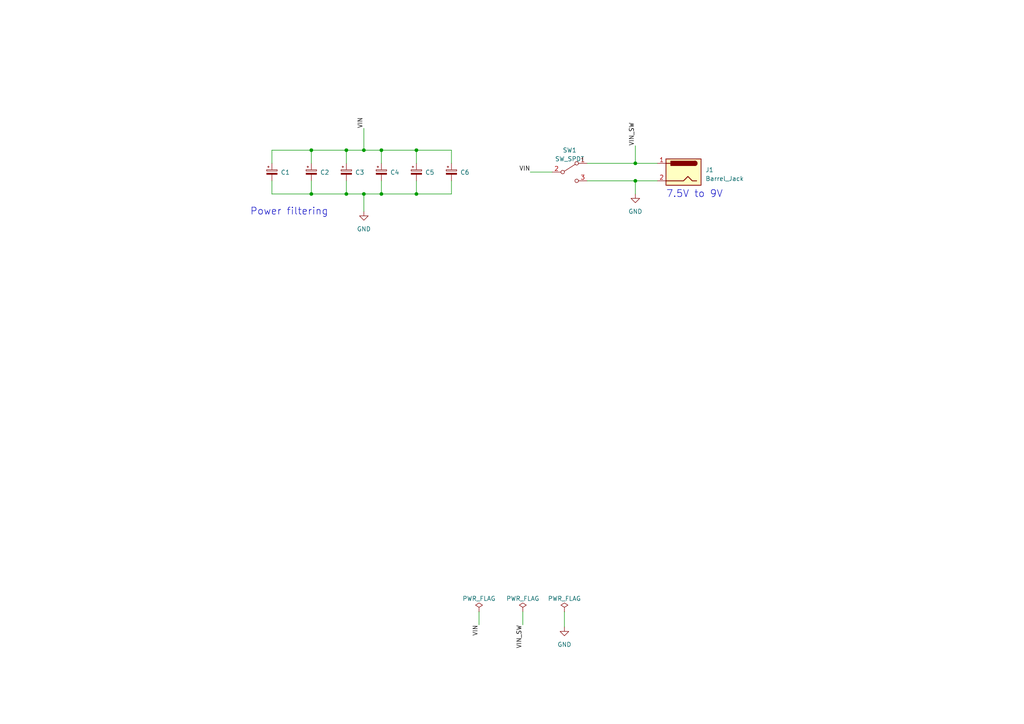
<source format=kicad_sch>
(kicad_sch (version 20230121) (generator eeschema)
  (paper "A4")
  (lib_symbols
    (symbol "Connector:Barrel_Jack" (pin_names (offset 1.016))
      (property "Reference" "J" (at 0 5.334 0))
      (property "Value" "Barrel_Jack" (at 0 -5.08 0))
      (symbol "Barrel_Jack_0_1"
        (rectangle (start -5.08 3.81) (end 5.08 -3.81) (stroke (width 0.254)) (fill (type background)))
        (arc (start -3.302 3.175) (mid -3.9343 2.54) (end -3.302 1.905) (stroke (width 0.254)))
        (arc (start -3.302 3.175) (mid -3.9343 2.54) (end -3.302 1.905) (stroke (width 0.254)) (fill (type outline)))
        (polyline (pts (xy 5.08 2.54) (xy 3.81 2.54)) (stroke (width 0.254)))
        (polyline (pts (xy -3.81 -2.54) (xy -2.54 -2.54) (xy -1.27 -1.27) (xy 0 -2.54) (xy 2.54 -2.54) (xy 5.08 -2.54)) (stroke (width 0.254)))
        (rectangle (start 3.683 3.175) (end -3.302 1.905) (stroke (width 0.254)) (fill (type outline)))
      )
      (symbol "Barrel_Jack_1_1"
        (pin passive line (at 7.62 2.54 180) (length 2.54) (name "~") (number "1"))
        (pin passive line (at 7.62 -2.54 180) (length 2.54) (name "~") (number "2"))
      )
    )
    (symbol "Device:C_Polarized_Small" (pin_numbers hide) (pin_names (offset 0.254) hide)
      (property "Reference" "C" (at 0.254 1.778 0))
      (property "Value" "C_Polarized_Small" (at 0.254 -2.032 0))
      (symbol "C_Polarized_Small_0_1"
        (rectangle (start -1.524 -0.3048) (end 1.524 -0.6858) (fill (type outline)))
        (rectangle (start -1.524 0.6858) (end 1.524 0.3048))
        (polyline (pts (xy -1.27 1.524) (xy -0.762 1.524)))
        (polyline (pts (xy -1.016 1.27) (xy -1.016 1.778)))
      )
      (symbol "C_Polarized_Small_1_1"
        (pin passive line (at 0 2.54 270) (length 1.8542) (name "~") (number "1"))
        (pin passive line (at 0 -2.54 90) (length 1.8542) (name "~") (number "2"))
      )
    )
    (symbol "Switch:SW_SPDT" (pin_names (offset 0) hide)
      (property "Reference" "SW" (at 0 4.318 0))
      (property "Value" "SW_SPDT" (at 0 -5.08 0))
      (symbol "SW_SPDT_0_0"
        (circle (center -2.032 0) (radius 0.508))
        (circle (center 2.032 -2.54) (radius 0.508))
      )
      (symbol "SW_SPDT_0_1"
        (polyline (pts (xy -1.524 0.254) (xy 1.651 2.286)))
        (circle (center 2.032 2.54) (radius 0.508))
      )
      (symbol "SW_SPDT_1_1"
        (pin passive line (at 5.08 2.54 180) (length 2.54) (name "A") (number "1"))
        (pin passive line (at -5.08 0 0) (length 2.54) (name "B") (number "2"))
        (pin passive line (at 5.08 -2.54 180) (length 2.54) (name "C") (number "3"))
      )
    )
    (symbol "power:GND" (power) (pin_names (offset 0))
      (property "Value" "GND" (at 0 -3.81 0))
      (symbol "GND_0_1"
        (polyline (pts (xy 0 0) (xy 0 -1.27) (xy 1.27 -1.27) (xy 0 -2.54) (xy -1.27 -1.27) (xy 0 -1.27)))
      )
      (symbol "GND_1_1"
        (pin power_in line (at 0 0 270) (length 0) hide (name "GND") (number "1"))
      )
    )
    (symbol "power:PWR_FLAG" (power) (pin_numbers hide) (pin_names (offset 0) hide)
      (property "Value" "PWR_FLAG" (at 0 3.81 0))
      (symbol "PWR_FLAG_0_0"
        (pin power_out line (at 0 0 90) (length 0) (name "pwr") (number "1"))
      )
      (symbol "PWR_FLAG_0_1"
        (polyline (pts (xy 0 0) (xy 0 1.27) (xy -1.016 1.905) (xy 0 2.54) (xy 1.016 1.905) (xy 0 1.27)))
      )
    )
  )
  (junction (at 120.777 43.561))
  (junction (at 110.617 56.261))
  (junction (at 100.457 43.561))
  (junction (at 184.277 47.371))
  (junction (at 90.297 56.261))
  (junction (at 110.617 43.561))
  (junction (at 120.777 56.261))
  (junction (at 105.537 56.261))
  (junction (at 90.297 43.561))
  (junction (at 100.457 56.261))
  (junction (at 184.277 52.451))
  (junction (at 105.537 43.561))
  (wire (pts (xy 100.457 43.561) (xy 105.537 43.561)))
  (wire (pts (xy 120.777 43.561) (xy 120.777 47.371)))
  (wire (pts (xy 184.277 52.451) (xy 184.277 56.261)))
  (wire (pts (xy 105.537 37.211) (xy 105.537 43.561)))
  (wire (pts (xy 110.617 43.561) (xy 110.617 47.371)))
  (wire (pts (xy 184.277 47.371) (xy 190.627 47.371)))
  (wire (pts (xy 110.617 56.261) (xy 110.617 52.451)))
  (wire (pts (xy 110.617 43.561) (xy 120.777 43.561)))
  (wire (pts (xy 78.867 43.561) (xy 90.297 43.561)))
  (wire (pts (xy 78.867 56.261) (xy 90.297 56.261)))
  (wire (pts (xy 105.537 56.261) (xy 110.617 56.261)))
  (wire (pts (xy 130.937 56.261) (xy 120.777 56.261)))
  (wire (pts (xy 90.297 56.261) (xy 90.297 52.451)))
  (wire (pts (xy 110.617 56.261) (xy 120.777 56.261)))
  (wire (pts (xy 105.537 56.261) (xy 105.537 61.341)))
  (wire (pts (xy 100.457 56.261) (xy 105.537 56.261)))
  (wire (pts (xy 120.777 43.561) (xy 130.937 43.561)))
  (wire (pts (xy 90.297 43.561) (xy 90.297 47.371)))
  (wire (pts (xy 100.457 43.561) (xy 100.457 47.371)))
  (wire (pts (xy 105.537 43.561) (xy 110.617 43.561)))
  (wire (pts (xy 184.277 52.451) (xy 190.627 52.451)))
  (wire (pts (xy 170.307 52.451) (xy 184.277 52.451)))
  (wire (pts (xy 120.777 56.261) (xy 120.777 52.451)))
  (wire (pts (xy 100.457 52.451) (xy 100.457 56.261)))
  (wire (pts (xy 163.703 177.419) (xy 163.703 181.864)))
  (wire (pts (xy 184.277 47.371) (xy 184.277 42.291)))
  (wire (pts (xy 130.937 52.451) (xy 130.937 56.261)))
  (wire (pts (xy 130.937 43.561) (xy 130.937 47.371)))
  (wire (pts (xy 90.297 43.561) (xy 100.457 43.561)))
  (wire (pts (xy 90.297 56.261) (xy 100.457 56.261)))
  (wire (pts (xy 170.307 47.371) (xy 184.277 47.371)))
  (wire (pts (xy 78.867 47.371) (xy 78.867 43.561)))
  (wire (pts (xy 78.867 52.451) (xy 78.867 56.261)))
  (wire (pts (xy 151.638 177.419) (xy 151.638 181.229)))
  (wire (pts (xy 138.938 177.419) (xy 138.938 181.229)))
  (wire (pts (xy 160.147 49.911) (xy 153.797 49.911)))
  (text "7.5V to 9V" (at 193.167 57.531 0) (effects (font (size 2.032 2.032)) (justify left bottom)))
  (text "Power filtering\n" (at 72.517 62.611 0) (effects (font (size 2.032 2.032)) (justify left bottom)))
  (label "VIN" (at 138.938 181.229 270))
  (label "VIN_SW" (at 151.638 181.229 270))
  (label "VIN_SW" (at 184.277 42.291 90))
  (label "VIN" (at 153.797 49.911 180))
  (label "VIN" (at 105.537 37.211 90))
  (symbol (lib_id "Device:C_Polarized_Small") (at 90.297 49.911 0) (unit 1)
    (property "Reference" "C2" (at 92.837 49.9999 0) (effects (justify left)))
    (property "Value" "C_Polarized_Small" (effects hide))
    (property "Footprint" "arena_custom:Capacitor_Polarized" (effects hide))
  )
  (symbol (lib_id "power:PWR_FLAG") (at 163.703 177.419 0) (unit 1)
    (property "Reference" "#FLG03" (effects hide))
    (property "Value" "PWR_FLAG" (at 163.703 173.609 0))
  )
  (symbol (lib_id "power:GND") (at 184.277 56.261 0) (unit 1)
    (property "Reference" "#PWR02" (effects hide))
    (property "Value" "GND" (at 184.277 61.341 0))
  )
  (symbol (lib_id "power:GND") (at 105.537 61.341 0) (unit 1)
    (property "Reference" "#PWR013" (effects hide))
    (property "Value" "GND" (at 105.537 66.421 0))
  )
  (symbol (lib_id "power:PWR_FLAG") (at 151.638 177.419 0) (unit 1)
    (property "Reference" "#FLG01" (effects hide))
    (property "Value" "PWR_FLAG" (at 151.638 173.609 0))
    (instances (project "teensy_arena_12-12" (path "" (reference "#FLG01") (unit 1)) (path "" (reference "#FLG02") (unit 1))))
  )
  (symbol (lib_id "Device:C_Polarized_Small") (at 78.867 49.911 0) (unit 1)
    (property "Reference" "C1" (at 81.407 49.9999 0) (effects (justify left)))
    (property "Value" "C_Polarized_Small" (effects hide))
    (property "Footprint" "arena_custom:Capacitor_Polarized" (effects hide))
  )
  (symbol (lib_id "power:PWR_FLAG") (at 138.938 177.419 0) (unit 1)
    (property "Reference" "#FLG02" (effects hide))
    (property "Value" "PWR_FLAG" (at 138.938 173.609 0))
    (instances (project "teensy_arena_12-12" (path "" (reference "#FLG02") (unit 1)) (path "" (reference "#FLG01") (unit 1))))
  )
  (symbol (lib_id "Device:C_Polarized_Small") (at 120.777 49.911 0) (unit 1)
    (property "Reference" "C5" (at 123.317 49.9999 0) (effects (justify left)))
    (property "Value" "C_Polarized_Small" (effects hide))
    (property "Footprint" "arena_custom:Capacitor_Polarized" (effects hide))
  )
  (symbol (lib_id "Device:C_Polarized_Small") (at 130.937 49.911 0) (unit 1)
    (property "Reference" "C6" (at 133.477 49.9999 0) (effects (justify left)))
    (property "Value" "C_Polarized_Small" (effects hide))
    (property "Footprint" "arena_custom:Capacitor_Polarized" (effects hide))
  )
  (symbol (lib_id "Device:C_Polarized_Small") (at 100.457 49.911 0) (unit 1)
    (property "Reference" "C3" (at 102.997 49.9999 0) (effects (justify left)))
    (property "Value" "C_Polarized_Small" (effects hide))
    (property "Footprint" "arena_custom:Capacitor_Polarized" (effects hide))
  )
  (symbol (lib_id "power:GND") (at 163.703 181.864 0) (unit 1)
    (property "Reference" "#PWR04" (effects hide))
    (property "Value" "GND" (at 163.703 186.944 0))
  )
  (symbol (lib_id "Switch:SW_SPDT") (at 165.227 49.911 0) (unit 1)
    (property "Reference" "SW1" (at 165.227 43.561 0))
    (property "Value" "SW_SPDT" (at 165.227 46.101 0))
    (property "Footprint" "arena_custom:slide_switch" (effects hide))
  )
  (symbol (lib_id "Connector:Barrel_Jack") (at 198.247 49.911 0) (mirror y) (unit 1)
    (property "Reference" "J1" (at 204.597 49.276 0) (effects (justify right)))
    (property "Value" "Barrel_Jack" (at 204.597 51.816 0) (effects (justify right)))
    (property "Footprint" "arena_custom:DCJACK_2PIN_HIGHCURRENT" (effects hide))
  )
  (symbol (lib_id "Device:C_Polarized_Small") (at 110.617 49.911 0) (unit 1)
    (property "Reference" "C4" (at 113.157 49.9999 0) (effects (justify left)))
    (property "Value" "C_Polarized_Small" (effects hide))
    (property "Footprint" "arena_custom:Capacitor_Polarized" (effects hide))
  )
)
</source>
